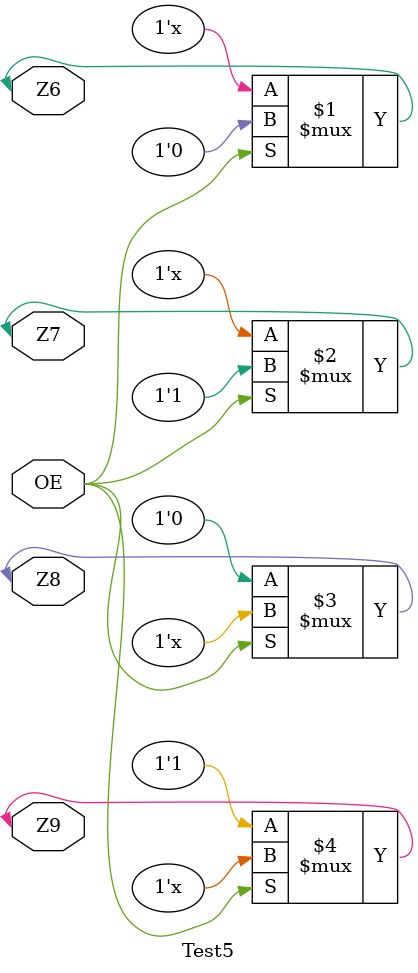
<source format=v>
module Test5(input OE, inout Z6, inout Z7, inout Z8, inout Z9);
   assign Z6 = (OE) ? 1'b0 : 1'bz;
   assign Z7 = (OE) ? 1'b1 : 1'bz;
   assign Z8 = (OE) ? 1'bz : 1'b0;
   assign Z9 = (OE) ? 1'bz : 1'b1;
endmodule
</source>
